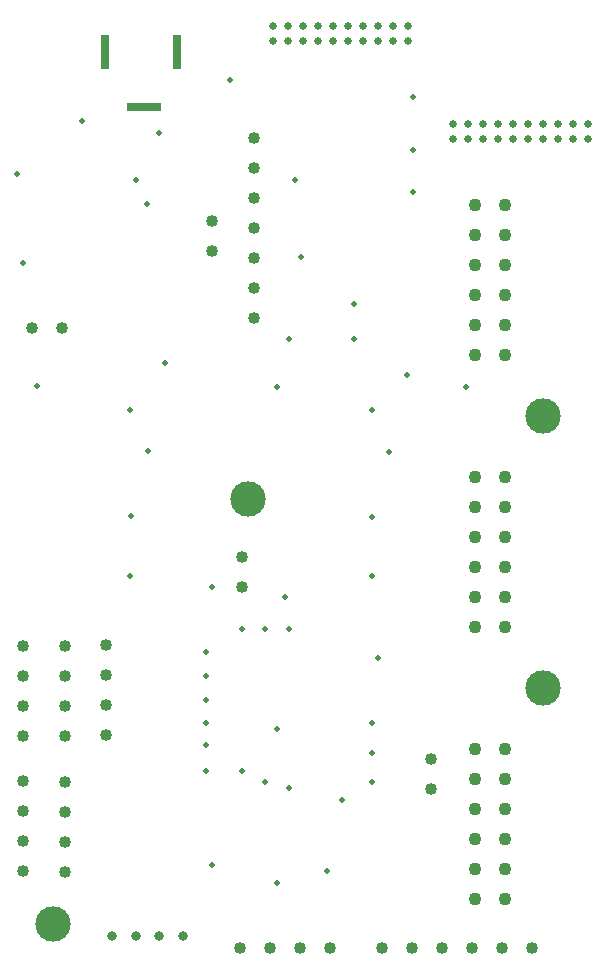
<source format=gbr>
%TF.GenerationSoftware,Altium Limited,Altium Designer,21.2.1 (34)*%
G04 Layer_Color=0*
%FSLAX45Y45*%
%MOMM*%
%TF.SameCoordinates,53973CC1-9108-4EA7-9D5E-FD48CC852793*%
%TF.FilePolarity,Positive*%
%TF.FileFunction,Plated,1,4,PTH,Drill*%
%TF.Part,Single*%
G01*
G75*
%TA.AperFunction,ComponentDrill*%
%ADD77C,0.63500*%
%ADD78C,1.02000*%
%ADD79C,1.02000*%
%ADD80R,3.00000X0.80000*%
%ADD81R,0.80000X3.00000*%
%ADD82C,0.80000*%
%ADD83C,1.10000*%
%TA.AperFunction,OtherDrill,Free Pad (20.5mm,39.5mm)*%
%ADD84C,3.00000*%
%TA.AperFunction,OtherDrill,Free Pad (4mm,3.5mm)*%
%ADD85C,3.00000*%
%TA.AperFunction,OtherDrill,Free Pad (45.5mm,46.5mm)*%
%ADD86C,3.00000*%
%TA.AperFunction,OtherDrill,Free Pad (45.5mm,23.5mm)*%
%ADD87C,3.00000*%
%TA.AperFunction,ViaDrill,NotFilled*%
%ADD88C,0.50000*%
D77*
X2265000Y7823000D02*
D03*
Y7950000D02*
D03*
X2392000Y7823000D02*
D03*
Y7950000D02*
D03*
X2519000Y7823000D02*
D03*
Y7950000D02*
D03*
X2646000Y7823000D02*
D03*
Y7950000D02*
D03*
X2773000Y7823000D02*
D03*
Y7950000D02*
D03*
X2900000Y7823000D02*
D03*
Y7950000D02*
D03*
X3027000Y7823000D02*
D03*
Y7950000D02*
D03*
X3154000Y7823000D02*
D03*
Y7950000D02*
D03*
X3281000Y7823000D02*
D03*
Y7950000D02*
D03*
X3408000Y7823000D02*
D03*
Y7950000D02*
D03*
X4935000Y7127000D02*
D03*
Y7000000D02*
D03*
X4808000Y7127000D02*
D03*
Y7000000D02*
D03*
X4681000Y7127000D02*
D03*
Y7000000D02*
D03*
X4554000Y7127000D02*
D03*
Y7000000D02*
D03*
X4427000Y7127000D02*
D03*
Y7000000D02*
D03*
X4300000Y7127000D02*
D03*
Y7000000D02*
D03*
X4173000Y7127000D02*
D03*
Y7000000D02*
D03*
X4046000Y7127000D02*
D03*
Y7000000D02*
D03*
X3919000Y7127000D02*
D03*
Y7000000D02*
D03*
X3792000Y7127000D02*
D03*
Y7000000D02*
D03*
D78*
X2100000Y5484000D02*
D03*
Y5738000D02*
D03*
Y5992000D02*
D03*
Y6246000D02*
D03*
Y6500000D02*
D03*
Y6754000D02*
D03*
Y7008000D02*
D03*
X500000Y1946000D02*
D03*
Y2200000D02*
D03*
Y2454000D02*
D03*
Y2708000D02*
D03*
X477000Y5400000D02*
D03*
X223000D02*
D03*
X850000Y1950000D02*
D03*
Y2204000D02*
D03*
Y2458000D02*
D03*
Y2712000D02*
D03*
X150000Y2704000D02*
D03*
Y2450000D02*
D03*
Y2196000D02*
D03*
Y1942000D02*
D03*
X500000Y792000D02*
D03*
Y1046000D02*
D03*
Y1300000D02*
D03*
Y1554000D02*
D03*
X150000Y800000D02*
D03*
Y1054000D02*
D03*
Y1308000D02*
D03*
Y1562000D02*
D03*
D79*
X4458000Y150000D02*
D03*
X4204000D02*
D03*
X3950000D02*
D03*
X3696000D02*
D03*
X3442000D02*
D03*
X3188000D02*
D03*
X1988000D02*
D03*
X2242000D02*
D03*
X2496000D02*
D03*
X2750000D02*
D03*
X1750000Y6300000D02*
D03*
Y6046000D02*
D03*
X3600000Y1496000D02*
D03*
Y1750000D02*
D03*
X2000000Y3454000D02*
D03*
Y3200000D02*
D03*
D80*
X1175000Y7270000D02*
D03*
D81*
X1455000Y7730000D02*
D03*
X845000D02*
D03*
D82*
X1500000Y250000D02*
D03*
X1300000D02*
D03*
X1100000D02*
D03*
X900000D02*
D03*
D83*
X3973000Y565000D02*
D03*
Y819000D02*
D03*
X4227000Y565000D02*
D03*
Y819000D02*
D03*
X3973000Y1327000D02*
D03*
X4227000D02*
D03*
X3973000Y1835000D02*
D03*
X4227000D02*
D03*
Y1581000D02*
D03*
X3973000D02*
D03*
X4227000Y1073000D02*
D03*
X3973000D02*
D03*
Y5165000D02*
D03*
Y5419000D02*
D03*
X4227000Y5165000D02*
D03*
Y5419000D02*
D03*
X3973000Y5927000D02*
D03*
X4227000D02*
D03*
X3973000Y6435000D02*
D03*
X4227000D02*
D03*
Y6181000D02*
D03*
X3973000D02*
D03*
X4227000Y5673000D02*
D03*
X3973000D02*
D03*
Y2865000D02*
D03*
Y3119000D02*
D03*
X4227000Y2865000D02*
D03*
Y3119000D02*
D03*
X3973000Y3627000D02*
D03*
X4227000D02*
D03*
X3973000Y4135000D02*
D03*
X4227000D02*
D03*
Y3881000D02*
D03*
X3973000D02*
D03*
X4227000Y3373000D02*
D03*
X3973000D02*
D03*
D84*
X2050000Y3950000D02*
D03*
D85*
X400000Y350000D02*
D03*
D86*
X4550000Y4650000D02*
D03*
D87*
Y2350000D02*
D03*
D88*
X2504627Y6000000D02*
D03*
X3100000Y1550000D02*
D03*
X2717141Y800000D02*
D03*
X2953174Y5603174D02*
D03*
X3400000Y5000000D02*
D03*
X2400000Y5300000D02*
D03*
X1900000Y7500000D02*
D03*
X1300000Y7050000D02*
D03*
X2369360Y3122209D02*
D03*
X3150000Y2600000D02*
D03*
X3100000Y1800000D02*
D03*
Y2050000D02*
D03*
X2000000Y1650000D02*
D03*
X2200000Y1550000D02*
D03*
X1700000Y1650000D02*
D03*
Y1866128D02*
D03*
Y2050000D02*
D03*
Y2250000D02*
D03*
Y2450000D02*
D03*
Y2650000D02*
D03*
X2400000Y2850000D02*
D03*
X2200000D02*
D03*
X2000000D02*
D03*
X2400000Y1500000D02*
D03*
X1750000Y850000D02*
D03*
X2450000Y6650000D02*
D03*
X3100000Y3800001D02*
D03*
X1350000Y5100000D02*
D03*
X1100000Y6650000D02*
D03*
X650000Y7150000D02*
D03*
X1200000Y6450000D02*
D03*
X100000Y6700000D02*
D03*
X150000Y5950000D02*
D03*
X3450000Y6900000D02*
D03*
X2300000Y700000D02*
D03*
X2850000Y1400000D02*
D03*
X2300000Y2000000D02*
D03*
X2950000Y5300000D02*
D03*
X3450000Y7350000D02*
D03*
X3100000Y3300000D02*
D03*
X3900000Y4900000D02*
D03*
X3100000Y4700000D02*
D03*
X2300000Y4900001D02*
D03*
X3250000Y4350001D02*
D03*
X1208708Y4356207D02*
D03*
X1058708Y3806207D02*
D03*
X1050000Y3300000D02*
D03*
X268083Y4904375D02*
D03*
X1050000Y4700000D02*
D03*
X1750000Y3200000D02*
D03*
X3450000Y6550000D02*
D03*
%TF.MD5,9aa1c73c537324bcaf906d7e2340ac7b*%
M02*

</source>
